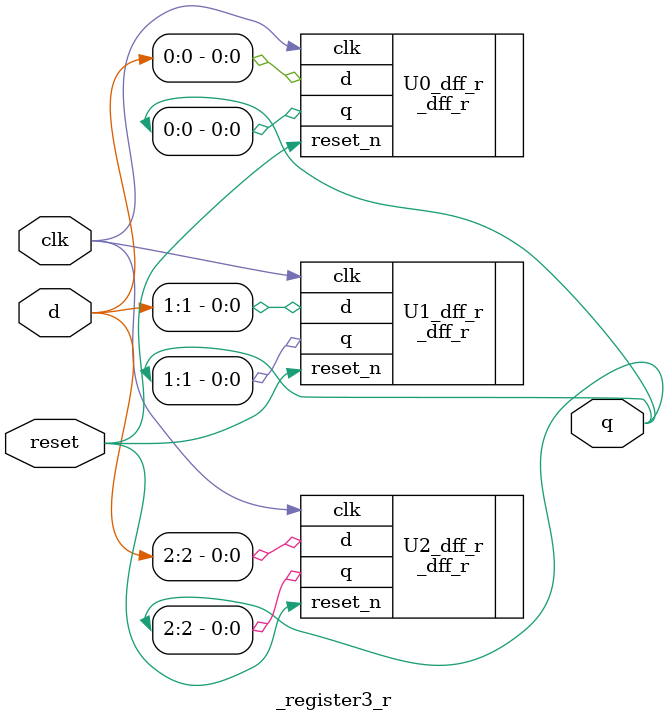
<source format=v>
module _register3_r(clk,reset,d,q); //3 bits register
	input clk,reset; //inputs
	input [2:0]d;
	output [2:0]q; //outputs
	//instance register
	_dff_r U0_dff_r(.clk(clk),.reset_n(reset),.d(d[0]),.q(q[0]));
	_dff_r U1_dff_r(.clk(clk),.reset_n(reset),.d(d[1]),.q(q[1]));
	_dff_r U2_dff_r(.clk(clk),.reset_n(reset),.d(d[2]),.q(q[2]));
endmodule
</source>
